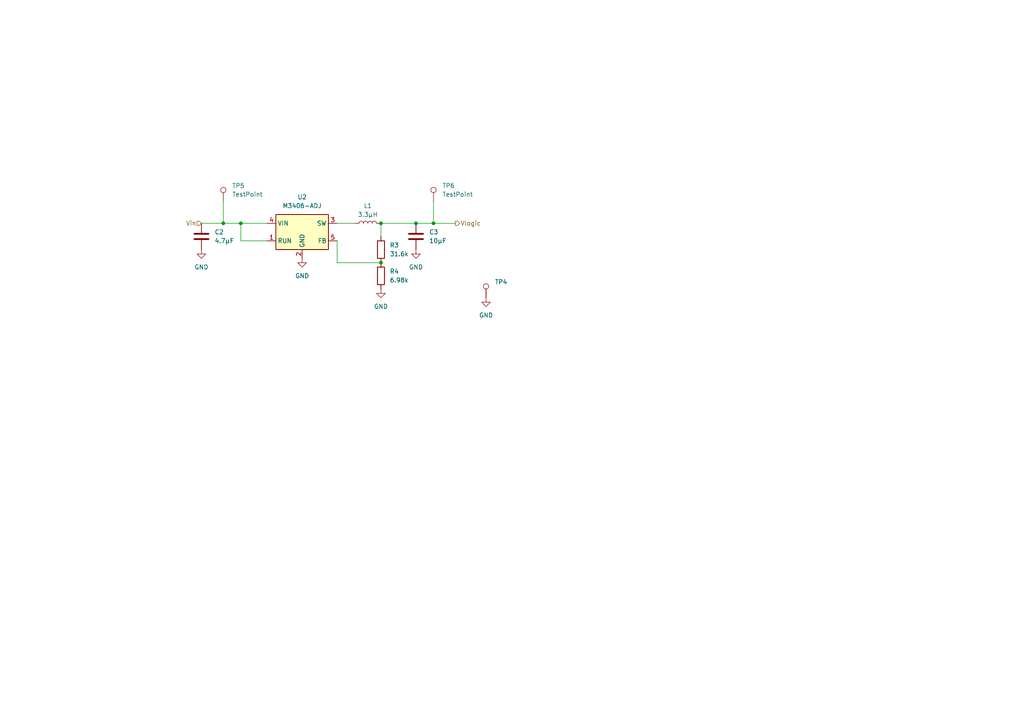
<source format=kicad_sch>
(kicad_sch (version 20230121) (generator eeschema)
  (paper "A4")
  (lib_symbols
    (symbol "Connector:TestPoint" (pin_numbers hide) (pin_names (offset 0.762) hide)
      (property "Reference" "TP" (at 0 6.858 0))
      (property "Value" "TestPoint" (at 0 5.08 0))
      (symbol "TestPoint_0_1"
        (circle (center 0 3.302) (radius 0.762))
      )
      (symbol "TestPoint_1_1"
        (pin passive line (at 0 0 90) (length 2.54) (name "1") (number "1"))
      )
    )
    (symbol "Device:C" (pin_numbers hide) (pin_names (offset 0.254))
      (property "Reference" "C" (at 0.635 2.54 0))
      (property "Value" "C" (at 0.635 -2.54 0))
      (symbol "C_0_1"
        (polyline (pts (xy -2.032 -0.762) (xy 2.032 -0.762)) (stroke (width 0.508)))
        (polyline (pts (xy -2.032 0.762) (xy 2.032 0.762)) (stroke (width 0.508)))
      )
      (symbol "C_1_1"
        (pin passive line (at 0 3.81 270) (length 2.794) (name "~") (number "1"))
        (pin passive line (at 0 -3.81 90) (length 2.794) (name "~") (number "2"))
      )
    )
    (symbol "Device:L" (pin_numbers hide) (pin_names (offset 1.016) hide)
      (property "Reference" "L" (at -1.27 0 90))
      (property "Value" "L" (at 1.905 0 90))
      (symbol "L_0_1"
        (arc (start 0 -2.54) (mid 0.6323 -1.905) (end 0 -1.27))
        (arc (start 0 -1.27) (mid 0.6323 -0.635) (end 0 0))
        (arc (start 0 0) (mid 0.6323 0.635) (end 0 1.27))
        (arc (start 0 1.27) (mid 0.6323 1.905) (end 0 2.54))
      )
      (symbol "L_1_1"
        (pin passive line (at 0 3.81 270) (length 1.27) (name "1") (number "1"))
        (pin passive line (at 0 -3.81 90) (length 1.27) (name "2") (number "2"))
      )
    )
    (symbol "Device:R" (pin_numbers hide) (pin_names (offset 0))
      (property "Reference" "R" (at 2.032 0 90))
      (property "Value" "R" (at 0 0 90))
      (symbol "R_0_1"
        (rectangle (start -1.016 -2.54) (end 1.016 2.54) (stroke (width 0.254)))
      )
      (symbol "R_1_1"
        (pin passive line (at 0 3.81 270) (length 1.27) (name "~") (number "1"))
        (pin passive line (at 0 -3.81 90) (length 1.27) (name "~") (number "2"))
      )
    )
    (symbol "GND_3" (power) (pin_names (offset 0))
      (property "Value" "GND_3" (at 0 -3.81 0))
      (symbol "GND_3_0_1"
        (polyline (pts (xy 0 0) (xy 0 -1.27) (xy 1.27 -1.27) (xy 0 -2.54) (xy -1.27 -1.27) (xy 0 -1.27)))
      )
      (symbol "GND_3_1_1"
        (pin power_in line (at 0 0 270) (length 0) hide (name "GND") (number "1"))
      )
    )
    (symbol "Regulator_Switching:AOZ1280CI"
      (property "Reference" "U6" (at 0 10.16 0))
      (property "Value" "M3406-ADJ" (at 0 7.62 0))
      (symbol "AOZ1280CI_0_1"
        (rectangle (start -7.62 5.08) (end 7.62 -5.08) (stroke (width 0.254)) (fill (type background)))
      )
      (symbol "AOZ1280CI_1_1"
        (pin input line (at -10.16 -2.54 0) (length 2.54) (name "RUN") (number "1"))
        (pin power_in line (at 0 -7.62 90) (length 2.54) (name "GND") (number "2"))
        (pin power_out line (at 10.16 2.54 180) (length 2.54) (name "SW") (number "3"))
        (pin power_in line (at -10.16 2.54 0) (length 2.54) (name "VIN") (number "4"))
        (pin input line (at 10.16 -2.54 180) (length 2.54) (name "FB") (number "5"))
      )
    )
    (symbol "power:GND" (power) (pin_names (offset 0))
      (property "Value" "GND" (at 0 -3.81 0))
      (symbol "GND_0_1"
        (polyline (pts (xy 0 0) (xy 0 -1.27) (xy 1.27 -1.27) (xy 0 -2.54) (xy -1.27 -1.27) (xy 0 -1.27)))
      )
      (symbol "GND_1_1"
        (pin power_in line (at 0 0 270) (length 0) hide (name "GND") (number "1"))
      )
    )
  )
  (junction (at 120.65 64.77))
  (junction (at 110.49 76.2))
  (junction (at 110.49 64.77))
  (junction (at 64.77 64.77))
  (junction (at 125.73 64.77))
  (junction (at 69.85 64.77))
  (wire (pts (xy 110.49 64.77) (xy 120.65 64.77)))
  (wire (pts (xy 64.77 58.42) (xy 64.77 64.77)))
  (wire (pts (xy 110.49 64.77) (xy 110.49 68.58)))
  (wire (pts (xy 97.79 64.77) (xy 102.87 64.77)))
  (wire (pts (xy 110.49 76.2) (xy 97.79 76.2)))
  (wire (pts (xy 97.79 69.85) (xy 97.79 76.2)))
  (wire (pts (xy 69.85 64.77) (xy 77.47 64.77)))
  (wire (pts (xy 64.77 64.77) (xy 69.85 64.77)))
  (wire (pts (xy 69.85 69.85) (xy 69.85 64.77)))
  (wire (pts (xy 120.65 64.77) (xy 125.73 64.77)))
  (wire (pts (xy 125.73 58.42) (xy 125.73 64.77)))
  (wire (pts (xy 125.73 64.77) (xy 132.08 64.77)))
  (wire (pts (xy 69.85 69.85) (xy 77.47 69.85)))
  (wire (pts (xy 58.42 64.77) (xy 64.77 64.77)))
  (hierarchical_label "Vin" (shape input) (at 58.42 64.77 180))
  (hierarchical_label "Vlogic" (shape output) (at 132.08 64.77 0))
  (symbol (lib_id "power:GND") (at 58.42 72.39 0) (unit 1)
    (property "Reference" "#PWR012" (effects hide))
    (property "Value" "GND" (at 58.42 77.47 0))
  )
  (symbol (lib_id "Device:R") (at 110.49 80.01 180) (unit 1)
    (property "Reference" "R4" (at 113.03 78.74 0) (effects (justify right)))
    (property "Value" "6.98k" (at 113.03 81.28 0) (effects (justify right)))
    (property "Footprint" "Resistor_SMD:R_0603_1608Metric" (effects hide))
  )
  (symbol (lib_id "Device:L") (at 106.68 64.77 90) (unit 1)
    (property "Reference" "L1" (at 106.68 59.69 90))
    (property "Value" "3.3µH" (at 106.68 62.23 90))
    (property "Footprint" "Optacon_common:TDK_VLS_3012" (effects hide))
  )
  (symbol (lib_id "Device:R") (at 110.49 72.39 180) (unit 1)
    (property "Reference" "R3" (at 113.03 71.12 0) (effects (justify right)))
    (property "Value" "31.6k" (at 113.03 73.66 0) (effects (justify right)))
    (property "Footprint" "Resistor_SMD:R_0603_1608Metric" (effects hide))
  )
  (symbol (lib_id "Connector:TestPoint") (at 140.97 86.36 0) (unit 1) (in_bom no)
    (property "Reference" "TP4" (at 143.51 81.788 0) (effects (justify left)))
    (property "Value" "TestPoint" (effects hide))
    (property "Footprint" "TestPoint:TestPoint_THTPad_1.0x1.0mm_Drill0.5mm" (effects hide))
    (property "Label" "GND" (effects hide))
    (instances (project "motherboard" (path "" (reference "TP4") (unit 1)) (path "" (reference "TP5") (unit 1))))
  )
  (symbol (lib_id "power:GND") (at 110.49 83.82 0) (unit 1)
    (property "Reference" "#PWR014" (effects hide))
    (property "Value" "GND" (at 110.49 88.9 0))
  )
  (symbol (lib_id "Connector:TestPoint") (at 64.77 58.42 0) (unit 1)
    (property "Reference" "TP5" (at 67.31 53.848 0) (effects (justify left)))
    (property "Value" "TestPoint" (at 67.31 56.388 0) (effects (justify left)))
    (property "Footprint" "TestPoint:TestPoint_THTPad_D1.0mm_Drill0.5mm" (effects hide))
    (instances (project "motherboard" (path "" (reference "TP5") (unit 1)) (path "" (reference "TP4") (unit 1))))
  )
  (symbol (lib_id "power:GND") (at 120.65 72.39 0) (unit 1)
    (property "Reference" "#PWR015" (effects hide))
    (property "Value" "GND" (at 120.65 77.47 0))
  )
  (symbol (lib_id "Connector:TestPoint") (at 125.73 58.42 0) (unit 1)
    (property "Reference" "TP6" (at 128.27 53.848 0) (effects (justify left)))
    (property "Value" "TestPoint" (at 128.27 56.388 0) (effects (justify left)))
    (property "Footprint" "TestPoint:TestPoint_THTPad_D1.0mm_Drill0.5mm" (effects hide))
  )
  (symbol (lib_id "Regulator_Switching:AOZ1280CI") (at 87.63 67.31 0) (unit 1)
    (property "Reference" "U2" (at 87.63 57.15 0))
    (property "Value" "M3406-ADJ" (at 87.63 59.69 0))
    (property "Footprint" "Package_TO_SOT_SMD:SOT-23-5" (effects hide))
    (property "Datasheet" "https://datasheet.lcsc.com/lcsc/2304140030_XI-AN-Aerosemi-Tech-M3406-ADJ_C83224.pdf" (effects hide))
    (property "LCSC" "C83224" (effects hide))
  )
  (symbol (lib_id "power:GND") (at 87.63 74.93 0) (unit 1)
    (property "Reference" "#PWR013" (effects hide))
    (property "Value" "GND" (at 87.63 80.01 0))
  )
  (symbol (lib_id "Device:C") (at 58.42 68.58 0) (unit 1)
    (property "Reference" "C2" (at 62.23 67.31 0) (effects (justify left)))
    (property "Value" "4.7µF" (at 62.23 69.85 0) (effects (justify left)))
    (property "Footprint" "Capacitor_SMD:C_0603_1608Metric" (effects hide))
  )
  (symbol (lib_name "GND_3") (lib_id "power:GND") (at 140.97 86.36 0) (unit 1)
    (property "Reference" "#PWR033" (effects hide))
    (property "Value" "GND" (at 140.97 91.44 0))
  )
  (symbol (lib_id "Device:C") (at 120.65 68.58 0) (unit 1)
    (property "Reference" "C3" (at 124.46 67.31 0) (effects (justify left)))
    (property "Value" "10µF" (at 124.46 69.85 0) (effects (justify left)))
    (property "Footprint" "Capacitor_SMD:C_0603_1608Metric" (effects hide))
  )
)
</source>
